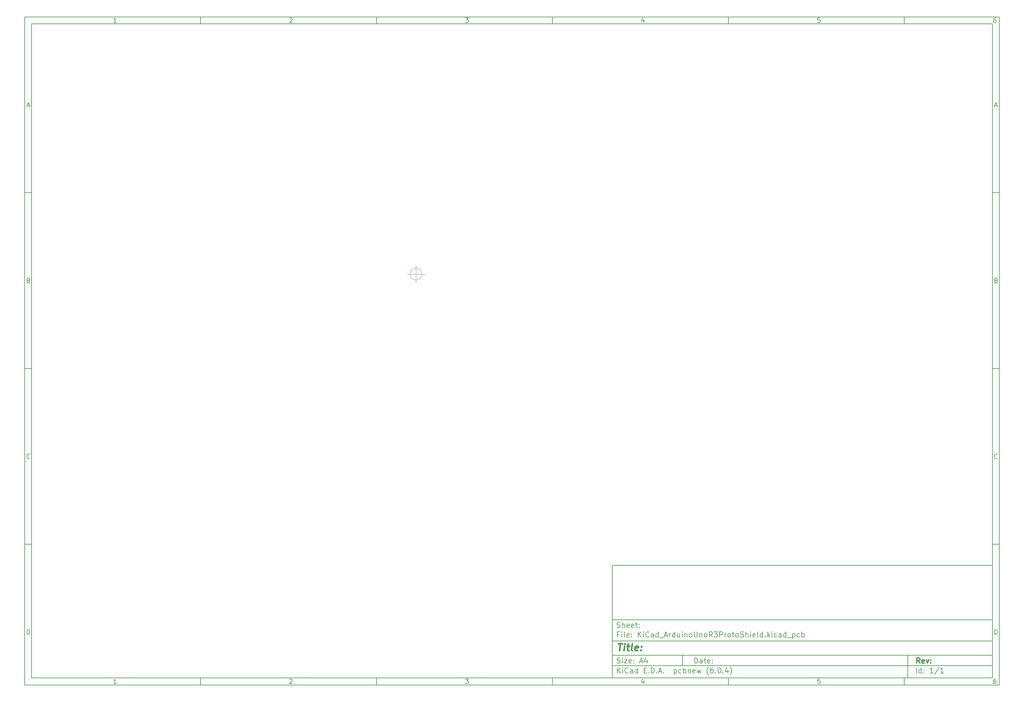
<source format=gbr>
%TF.GenerationSoftware,KiCad,Pcbnew,(6.0.4)*%
%TF.CreationDate,2022-04-15T08:27:23+02:00*%
%TF.ProjectId,KiCad_ArduinoUnoR3ProtoShield,4b694361-645f-4417-9264-75696e6f556e,rev?*%
%TF.SameCoordinates,Original*%
%TF.FileFunction,Paste,Top*%
%TF.FilePolarity,Positive*%
%FSLAX46Y46*%
G04 Gerber Fmt 4.6, Leading zero omitted, Abs format (unit mm)*
G04 Created by KiCad (PCBNEW (6.0.4)) date 2022-04-15 08:27:23*
%MOMM*%
%LPD*%
G01*
G04 APERTURE LIST*
%ADD10C,0.100000*%
%ADD11C,0.150000*%
%ADD12C,0.300000*%
%ADD13C,0.400000*%
%TA.AperFunction,Profile*%
%ADD14C,0.100000*%
%TD*%
G04 APERTURE END LIST*
D10*
D11*
X177002200Y-166007200D02*
X177002200Y-198007200D01*
X285002200Y-198007200D01*
X285002200Y-166007200D01*
X177002200Y-166007200D01*
D10*
D11*
X10000000Y-10000000D02*
X10000000Y-200007200D01*
X287002200Y-200007200D01*
X287002200Y-10000000D01*
X10000000Y-10000000D01*
D10*
D11*
X12000000Y-12000000D02*
X12000000Y-198007200D01*
X285002200Y-198007200D01*
X285002200Y-12000000D01*
X12000000Y-12000000D01*
D10*
D11*
X60000000Y-12000000D02*
X60000000Y-10000000D01*
D10*
D11*
X110000000Y-12000000D02*
X110000000Y-10000000D01*
D10*
D11*
X160000000Y-12000000D02*
X160000000Y-10000000D01*
D10*
D11*
X210000000Y-12000000D02*
X210000000Y-10000000D01*
D10*
D11*
X260000000Y-12000000D02*
X260000000Y-10000000D01*
D10*
D11*
X36065476Y-11588095D02*
X35322619Y-11588095D01*
X35694047Y-11588095D02*
X35694047Y-10288095D01*
X35570238Y-10473809D01*
X35446428Y-10597619D01*
X35322619Y-10659523D01*
D10*
D11*
X85322619Y-10411904D02*
X85384523Y-10350000D01*
X85508333Y-10288095D01*
X85817857Y-10288095D01*
X85941666Y-10350000D01*
X86003571Y-10411904D01*
X86065476Y-10535714D01*
X86065476Y-10659523D01*
X86003571Y-10845238D01*
X85260714Y-11588095D01*
X86065476Y-11588095D01*
D10*
D11*
X135260714Y-10288095D02*
X136065476Y-10288095D01*
X135632142Y-10783333D01*
X135817857Y-10783333D01*
X135941666Y-10845238D01*
X136003571Y-10907142D01*
X136065476Y-11030952D01*
X136065476Y-11340476D01*
X136003571Y-11464285D01*
X135941666Y-11526190D01*
X135817857Y-11588095D01*
X135446428Y-11588095D01*
X135322619Y-11526190D01*
X135260714Y-11464285D01*
D10*
D11*
X185941666Y-10721428D02*
X185941666Y-11588095D01*
X185632142Y-10226190D02*
X185322619Y-11154761D01*
X186127380Y-11154761D01*
D10*
D11*
X236003571Y-10288095D02*
X235384523Y-10288095D01*
X235322619Y-10907142D01*
X235384523Y-10845238D01*
X235508333Y-10783333D01*
X235817857Y-10783333D01*
X235941666Y-10845238D01*
X236003571Y-10907142D01*
X236065476Y-11030952D01*
X236065476Y-11340476D01*
X236003571Y-11464285D01*
X235941666Y-11526190D01*
X235817857Y-11588095D01*
X235508333Y-11588095D01*
X235384523Y-11526190D01*
X235322619Y-11464285D01*
D10*
D11*
X285941666Y-10288095D02*
X285694047Y-10288095D01*
X285570238Y-10350000D01*
X285508333Y-10411904D01*
X285384523Y-10597619D01*
X285322619Y-10845238D01*
X285322619Y-11340476D01*
X285384523Y-11464285D01*
X285446428Y-11526190D01*
X285570238Y-11588095D01*
X285817857Y-11588095D01*
X285941666Y-11526190D01*
X286003571Y-11464285D01*
X286065476Y-11340476D01*
X286065476Y-11030952D01*
X286003571Y-10907142D01*
X285941666Y-10845238D01*
X285817857Y-10783333D01*
X285570238Y-10783333D01*
X285446428Y-10845238D01*
X285384523Y-10907142D01*
X285322619Y-11030952D01*
D10*
D11*
X60000000Y-198007200D02*
X60000000Y-200007200D01*
D10*
D11*
X110000000Y-198007200D02*
X110000000Y-200007200D01*
D10*
D11*
X160000000Y-198007200D02*
X160000000Y-200007200D01*
D10*
D11*
X210000000Y-198007200D02*
X210000000Y-200007200D01*
D10*
D11*
X260000000Y-198007200D02*
X260000000Y-200007200D01*
D10*
D11*
X36065476Y-199595295D02*
X35322619Y-199595295D01*
X35694047Y-199595295D02*
X35694047Y-198295295D01*
X35570238Y-198481009D01*
X35446428Y-198604819D01*
X35322619Y-198666723D01*
D10*
D11*
X85322619Y-198419104D02*
X85384523Y-198357200D01*
X85508333Y-198295295D01*
X85817857Y-198295295D01*
X85941666Y-198357200D01*
X86003571Y-198419104D01*
X86065476Y-198542914D01*
X86065476Y-198666723D01*
X86003571Y-198852438D01*
X85260714Y-199595295D01*
X86065476Y-199595295D01*
D10*
D11*
X135260714Y-198295295D02*
X136065476Y-198295295D01*
X135632142Y-198790533D01*
X135817857Y-198790533D01*
X135941666Y-198852438D01*
X136003571Y-198914342D01*
X136065476Y-199038152D01*
X136065476Y-199347676D01*
X136003571Y-199471485D01*
X135941666Y-199533390D01*
X135817857Y-199595295D01*
X135446428Y-199595295D01*
X135322619Y-199533390D01*
X135260714Y-199471485D01*
D10*
D11*
X185941666Y-198728628D02*
X185941666Y-199595295D01*
X185632142Y-198233390D02*
X185322619Y-199161961D01*
X186127380Y-199161961D01*
D10*
D11*
X236003571Y-198295295D02*
X235384523Y-198295295D01*
X235322619Y-198914342D01*
X235384523Y-198852438D01*
X235508333Y-198790533D01*
X235817857Y-198790533D01*
X235941666Y-198852438D01*
X236003571Y-198914342D01*
X236065476Y-199038152D01*
X236065476Y-199347676D01*
X236003571Y-199471485D01*
X235941666Y-199533390D01*
X235817857Y-199595295D01*
X235508333Y-199595295D01*
X235384523Y-199533390D01*
X235322619Y-199471485D01*
D10*
D11*
X285941666Y-198295295D02*
X285694047Y-198295295D01*
X285570238Y-198357200D01*
X285508333Y-198419104D01*
X285384523Y-198604819D01*
X285322619Y-198852438D01*
X285322619Y-199347676D01*
X285384523Y-199471485D01*
X285446428Y-199533390D01*
X285570238Y-199595295D01*
X285817857Y-199595295D01*
X285941666Y-199533390D01*
X286003571Y-199471485D01*
X286065476Y-199347676D01*
X286065476Y-199038152D01*
X286003571Y-198914342D01*
X285941666Y-198852438D01*
X285817857Y-198790533D01*
X285570238Y-198790533D01*
X285446428Y-198852438D01*
X285384523Y-198914342D01*
X285322619Y-199038152D01*
D10*
D11*
X10000000Y-60000000D02*
X12000000Y-60000000D01*
D10*
D11*
X10000000Y-110000000D02*
X12000000Y-110000000D01*
D10*
D11*
X10000000Y-160000000D02*
X12000000Y-160000000D01*
D10*
D11*
X10690476Y-35216666D02*
X11309523Y-35216666D01*
X10566666Y-35588095D02*
X11000000Y-34288095D01*
X11433333Y-35588095D01*
D10*
D11*
X11092857Y-84907142D02*
X11278571Y-84969047D01*
X11340476Y-85030952D01*
X11402380Y-85154761D01*
X11402380Y-85340476D01*
X11340476Y-85464285D01*
X11278571Y-85526190D01*
X11154761Y-85588095D01*
X10659523Y-85588095D01*
X10659523Y-84288095D01*
X11092857Y-84288095D01*
X11216666Y-84350000D01*
X11278571Y-84411904D01*
X11340476Y-84535714D01*
X11340476Y-84659523D01*
X11278571Y-84783333D01*
X11216666Y-84845238D01*
X11092857Y-84907142D01*
X10659523Y-84907142D01*
D10*
D11*
X11402380Y-135464285D02*
X11340476Y-135526190D01*
X11154761Y-135588095D01*
X11030952Y-135588095D01*
X10845238Y-135526190D01*
X10721428Y-135402380D01*
X10659523Y-135278571D01*
X10597619Y-135030952D01*
X10597619Y-134845238D01*
X10659523Y-134597619D01*
X10721428Y-134473809D01*
X10845238Y-134350000D01*
X11030952Y-134288095D01*
X11154761Y-134288095D01*
X11340476Y-134350000D01*
X11402380Y-134411904D01*
D10*
D11*
X10659523Y-185588095D02*
X10659523Y-184288095D01*
X10969047Y-184288095D01*
X11154761Y-184350000D01*
X11278571Y-184473809D01*
X11340476Y-184597619D01*
X11402380Y-184845238D01*
X11402380Y-185030952D01*
X11340476Y-185278571D01*
X11278571Y-185402380D01*
X11154761Y-185526190D01*
X10969047Y-185588095D01*
X10659523Y-185588095D01*
D10*
D11*
X287002200Y-60000000D02*
X285002200Y-60000000D01*
D10*
D11*
X287002200Y-110000000D02*
X285002200Y-110000000D01*
D10*
D11*
X287002200Y-160000000D02*
X285002200Y-160000000D01*
D10*
D11*
X285692676Y-35216666D02*
X286311723Y-35216666D01*
X285568866Y-35588095D02*
X286002200Y-34288095D01*
X286435533Y-35588095D01*
D10*
D11*
X286095057Y-84907142D02*
X286280771Y-84969047D01*
X286342676Y-85030952D01*
X286404580Y-85154761D01*
X286404580Y-85340476D01*
X286342676Y-85464285D01*
X286280771Y-85526190D01*
X286156961Y-85588095D01*
X285661723Y-85588095D01*
X285661723Y-84288095D01*
X286095057Y-84288095D01*
X286218866Y-84350000D01*
X286280771Y-84411904D01*
X286342676Y-84535714D01*
X286342676Y-84659523D01*
X286280771Y-84783333D01*
X286218866Y-84845238D01*
X286095057Y-84907142D01*
X285661723Y-84907142D01*
D10*
D11*
X286404580Y-135464285D02*
X286342676Y-135526190D01*
X286156961Y-135588095D01*
X286033152Y-135588095D01*
X285847438Y-135526190D01*
X285723628Y-135402380D01*
X285661723Y-135278571D01*
X285599819Y-135030952D01*
X285599819Y-134845238D01*
X285661723Y-134597619D01*
X285723628Y-134473809D01*
X285847438Y-134350000D01*
X286033152Y-134288095D01*
X286156961Y-134288095D01*
X286342676Y-134350000D01*
X286404580Y-134411904D01*
D10*
D11*
X285661723Y-185588095D02*
X285661723Y-184288095D01*
X285971247Y-184288095D01*
X286156961Y-184350000D01*
X286280771Y-184473809D01*
X286342676Y-184597619D01*
X286404580Y-184845238D01*
X286404580Y-185030952D01*
X286342676Y-185278571D01*
X286280771Y-185402380D01*
X286156961Y-185526190D01*
X285971247Y-185588095D01*
X285661723Y-185588095D01*
D10*
D11*
X200434342Y-193785771D02*
X200434342Y-192285771D01*
X200791485Y-192285771D01*
X201005771Y-192357200D01*
X201148628Y-192500057D01*
X201220057Y-192642914D01*
X201291485Y-192928628D01*
X201291485Y-193142914D01*
X201220057Y-193428628D01*
X201148628Y-193571485D01*
X201005771Y-193714342D01*
X200791485Y-193785771D01*
X200434342Y-193785771D01*
X202577200Y-193785771D02*
X202577200Y-193000057D01*
X202505771Y-192857200D01*
X202362914Y-192785771D01*
X202077200Y-192785771D01*
X201934342Y-192857200D01*
X202577200Y-193714342D02*
X202434342Y-193785771D01*
X202077200Y-193785771D01*
X201934342Y-193714342D01*
X201862914Y-193571485D01*
X201862914Y-193428628D01*
X201934342Y-193285771D01*
X202077200Y-193214342D01*
X202434342Y-193214342D01*
X202577200Y-193142914D01*
X203077200Y-192785771D02*
X203648628Y-192785771D01*
X203291485Y-192285771D02*
X203291485Y-193571485D01*
X203362914Y-193714342D01*
X203505771Y-193785771D01*
X203648628Y-193785771D01*
X204720057Y-193714342D02*
X204577200Y-193785771D01*
X204291485Y-193785771D01*
X204148628Y-193714342D01*
X204077200Y-193571485D01*
X204077200Y-193000057D01*
X204148628Y-192857200D01*
X204291485Y-192785771D01*
X204577200Y-192785771D01*
X204720057Y-192857200D01*
X204791485Y-193000057D01*
X204791485Y-193142914D01*
X204077200Y-193285771D01*
X205434342Y-193642914D02*
X205505771Y-193714342D01*
X205434342Y-193785771D01*
X205362914Y-193714342D01*
X205434342Y-193642914D01*
X205434342Y-193785771D01*
X205434342Y-192857200D02*
X205505771Y-192928628D01*
X205434342Y-193000057D01*
X205362914Y-192928628D01*
X205434342Y-192857200D01*
X205434342Y-193000057D01*
D10*
D11*
X177002200Y-194507200D02*
X285002200Y-194507200D01*
D10*
D11*
X178434342Y-196585771D02*
X178434342Y-195085771D01*
X179291485Y-196585771D02*
X178648628Y-195728628D01*
X179291485Y-195085771D02*
X178434342Y-195942914D01*
X179934342Y-196585771D02*
X179934342Y-195585771D01*
X179934342Y-195085771D02*
X179862914Y-195157200D01*
X179934342Y-195228628D01*
X180005771Y-195157200D01*
X179934342Y-195085771D01*
X179934342Y-195228628D01*
X181505771Y-196442914D02*
X181434342Y-196514342D01*
X181220057Y-196585771D01*
X181077200Y-196585771D01*
X180862914Y-196514342D01*
X180720057Y-196371485D01*
X180648628Y-196228628D01*
X180577200Y-195942914D01*
X180577200Y-195728628D01*
X180648628Y-195442914D01*
X180720057Y-195300057D01*
X180862914Y-195157200D01*
X181077200Y-195085771D01*
X181220057Y-195085771D01*
X181434342Y-195157200D01*
X181505771Y-195228628D01*
X182791485Y-196585771D02*
X182791485Y-195800057D01*
X182720057Y-195657200D01*
X182577200Y-195585771D01*
X182291485Y-195585771D01*
X182148628Y-195657200D01*
X182791485Y-196514342D02*
X182648628Y-196585771D01*
X182291485Y-196585771D01*
X182148628Y-196514342D01*
X182077200Y-196371485D01*
X182077200Y-196228628D01*
X182148628Y-196085771D01*
X182291485Y-196014342D01*
X182648628Y-196014342D01*
X182791485Y-195942914D01*
X184148628Y-196585771D02*
X184148628Y-195085771D01*
X184148628Y-196514342D02*
X184005771Y-196585771D01*
X183720057Y-196585771D01*
X183577200Y-196514342D01*
X183505771Y-196442914D01*
X183434342Y-196300057D01*
X183434342Y-195871485D01*
X183505771Y-195728628D01*
X183577200Y-195657200D01*
X183720057Y-195585771D01*
X184005771Y-195585771D01*
X184148628Y-195657200D01*
X186005771Y-195800057D02*
X186505771Y-195800057D01*
X186720057Y-196585771D02*
X186005771Y-196585771D01*
X186005771Y-195085771D01*
X186720057Y-195085771D01*
X187362914Y-196442914D02*
X187434342Y-196514342D01*
X187362914Y-196585771D01*
X187291485Y-196514342D01*
X187362914Y-196442914D01*
X187362914Y-196585771D01*
X188077200Y-196585771D02*
X188077200Y-195085771D01*
X188434342Y-195085771D01*
X188648628Y-195157200D01*
X188791485Y-195300057D01*
X188862914Y-195442914D01*
X188934342Y-195728628D01*
X188934342Y-195942914D01*
X188862914Y-196228628D01*
X188791485Y-196371485D01*
X188648628Y-196514342D01*
X188434342Y-196585771D01*
X188077200Y-196585771D01*
X189577200Y-196442914D02*
X189648628Y-196514342D01*
X189577200Y-196585771D01*
X189505771Y-196514342D01*
X189577200Y-196442914D01*
X189577200Y-196585771D01*
X190220057Y-196157200D02*
X190934342Y-196157200D01*
X190077200Y-196585771D02*
X190577200Y-195085771D01*
X191077200Y-196585771D01*
X191577200Y-196442914D02*
X191648628Y-196514342D01*
X191577200Y-196585771D01*
X191505771Y-196514342D01*
X191577200Y-196442914D01*
X191577200Y-196585771D01*
X194577200Y-195585771D02*
X194577200Y-197085771D01*
X194577200Y-195657200D02*
X194720057Y-195585771D01*
X195005771Y-195585771D01*
X195148628Y-195657200D01*
X195220057Y-195728628D01*
X195291485Y-195871485D01*
X195291485Y-196300057D01*
X195220057Y-196442914D01*
X195148628Y-196514342D01*
X195005771Y-196585771D01*
X194720057Y-196585771D01*
X194577200Y-196514342D01*
X196577200Y-196514342D02*
X196434342Y-196585771D01*
X196148628Y-196585771D01*
X196005771Y-196514342D01*
X195934342Y-196442914D01*
X195862914Y-196300057D01*
X195862914Y-195871485D01*
X195934342Y-195728628D01*
X196005771Y-195657200D01*
X196148628Y-195585771D01*
X196434342Y-195585771D01*
X196577200Y-195657200D01*
X197220057Y-196585771D02*
X197220057Y-195085771D01*
X197220057Y-195657200D02*
X197362914Y-195585771D01*
X197648628Y-195585771D01*
X197791485Y-195657200D01*
X197862914Y-195728628D01*
X197934342Y-195871485D01*
X197934342Y-196300057D01*
X197862914Y-196442914D01*
X197791485Y-196514342D01*
X197648628Y-196585771D01*
X197362914Y-196585771D01*
X197220057Y-196514342D01*
X198577200Y-195585771D02*
X198577200Y-196585771D01*
X198577200Y-195728628D02*
X198648628Y-195657200D01*
X198791485Y-195585771D01*
X199005771Y-195585771D01*
X199148628Y-195657200D01*
X199220057Y-195800057D01*
X199220057Y-196585771D01*
X200505771Y-196514342D02*
X200362914Y-196585771D01*
X200077200Y-196585771D01*
X199934342Y-196514342D01*
X199862914Y-196371485D01*
X199862914Y-195800057D01*
X199934342Y-195657200D01*
X200077200Y-195585771D01*
X200362914Y-195585771D01*
X200505771Y-195657200D01*
X200577200Y-195800057D01*
X200577200Y-195942914D01*
X199862914Y-196085771D01*
X201077200Y-195585771D02*
X201362914Y-196585771D01*
X201648628Y-195871485D01*
X201934342Y-196585771D01*
X202220057Y-195585771D01*
X204362914Y-197157200D02*
X204291485Y-197085771D01*
X204148628Y-196871485D01*
X204077200Y-196728628D01*
X204005771Y-196514342D01*
X203934342Y-196157200D01*
X203934342Y-195871485D01*
X204005771Y-195514342D01*
X204077200Y-195300057D01*
X204148628Y-195157200D01*
X204291485Y-194942914D01*
X204362914Y-194871485D01*
X205577200Y-195085771D02*
X205291485Y-195085771D01*
X205148628Y-195157200D01*
X205077200Y-195228628D01*
X204934342Y-195442914D01*
X204862914Y-195728628D01*
X204862914Y-196300057D01*
X204934342Y-196442914D01*
X205005771Y-196514342D01*
X205148628Y-196585771D01*
X205434342Y-196585771D01*
X205577200Y-196514342D01*
X205648628Y-196442914D01*
X205720057Y-196300057D01*
X205720057Y-195942914D01*
X205648628Y-195800057D01*
X205577200Y-195728628D01*
X205434342Y-195657200D01*
X205148628Y-195657200D01*
X205005771Y-195728628D01*
X204934342Y-195800057D01*
X204862914Y-195942914D01*
X206362914Y-196442914D02*
X206434342Y-196514342D01*
X206362914Y-196585771D01*
X206291485Y-196514342D01*
X206362914Y-196442914D01*
X206362914Y-196585771D01*
X207362914Y-195085771D02*
X207505771Y-195085771D01*
X207648628Y-195157200D01*
X207720057Y-195228628D01*
X207791485Y-195371485D01*
X207862914Y-195657200D01*
X207862914Y-196014342D01*
X207791485Y-196300057D01*
X207720057Y-196442914D01*
X207648628Y-196514342D01*
X207505771Y-196585771D01*
X207362914Y-196585771D01*
X207220057Y-196514342D01*
X207148628Y-196442914D01*
X207077200Y-196300057D01*
X207005771Y-196014342D01*
X207005771Y-195657200D01*
X207077200Y-195371485D01*
X207148628Y-195228628D01*
X207220057Y-195157200D01*
X207362914Y-195085771D01*
X208505771Y-196442914D02*
X208577200Y-196514342D01*
X208505771Y-196585771D01*
X208434342Y-196514342D01*
X208505771Y-196442914D01*
X208505771Y-196585771D01*
X209862914Y-195585771D02*
X209862914Y-196585771D01*
X209505771Y-195014342D02*
X209148628Y-196085771D01*
X210077200Y-196085771D01*
X210505771Y-197157200D02*
X210577200Y-197085771D01*
X210720057Y-196871485D01*
X210791485Y-196728628D01*
X210862914Y-196514342D01*
X210934342Y-196157200D01*
X210934342Y-195871485D01*
X210862914Y-195514342D01*
X210791485Y-195300057D01*
X210720057Y-195157200D01*
X210577200Y-194942914D01*
X210505771Y-194871485D01*
D10*
D11*
X177002200Y-191507200D02*
X285002200Y-191507200D01*
D10*
D12*
X264411485Y-193785771D02*
X263911485Y-193071485D01*
X263554342Y-193785771D02*
X263554342Y-192285771D01*
X264125771Y-192285771D01*
X264268628Y-192357200D01*
X264340057Y-192428628D01*
X264411485Y-192571485D01*
X264411485Y-192785771D01*
X264340057Y-192928628D01*
X264268628Y-193000057D01*
X264125771Y-193071485D01*
X263554342Y-193071485D01*
X265625771Y-193714342D02*
X265482914Y-193785771D01*
X265197200Y-193785771D01*
X265054342Y-193714342D01*
X264982914Y-193571485D01*
X264982914Y-193000057D01*
X265054342Y-192857200D01*
X265197200Y-192785771D01*
X265482914Y-192785771D01*
X265625771Y-192857200D01*
X265697200Y-193000057D01*
X265697200Y-193142914D01*
X264982914Y-193285771D01*
X266197200Y-192785771D02*
X266554342Y-193785771D01*
X266911485Y-192785771D01*
X267482914Y-193642914D02*
X267554342Y-193714342D01*
X267482914Y-193785771D01*
X267411485Y-193714342D01*
X267482914Y-193642914D01*
X267482914Y-193785771D01*
X267482914Y-192857200D02*
X267554342Y-192928628D01*
X267482914Y-193000057D01*
X267411485Y-192928628D01*
X267482914Y-192857200D01*
X267482914Y-193000057D01*
D10*
D11*
X178362914Y-193714342D02*
X178577200Y-193785771D01*
X178934342Y-193785771D01*
X179077200Y-193714342D01*
X179148628Y-193642914D01*
X179220057Y-193500057D01*
X179220057Y-193357200D01*
X179148628Y-193214342D01*
X179077200Y-193142914D01*
X178934342Y-193071485D01*
X178648628Y-193000057D01*
X178505771Y-192928628D01*
X178434342Y-192857200D01*
X178362914Y-192714342D01*
X178362914Y-192571485D01*
X178434342Y-192428628D01*
X178505771Y-192357200D01*
X178648628Y-192285771D01*
X179005771Y-192285771D01*
X179220057Y-192357200D01*
X179862914Y-193785771D02*
X179862914Y-192785771D01*
X179862914Y-192285771D02*
X179791485Y-192357200D01*
X179862914Y-192428628D01*
X179934342Y-192357200D01*
X179862914Y-192285771D01*
X179862914Y-192428628D01*
X180434342Y-192785771D02*
X181220057Y-192785771D01*
X180434342Y-193785771D01*
X181220057Y-193785771D01*
X182362914Y-193714342D02*
X182220057Y-193785771D01*
X181934342Y-193785771D01*
X181791485Y-193714342D01*
X181720057Y-193571485D01*
X181720057Y-193000057D01*
X181791485Y-192857200D01*
X181934342Y-192785771D01*
X182220057Y-192785771D01*
X182362914Y-192857200D01*
X182434342Y-193000057D01*
X182434342Y-193142914D01*
X181720057Y-193285771D01*
X183077200Y-193642914D02*
X183148628Y-193714342D01*
X183077200Y-193785771D01*
X183005771Y-193714342D01*
X183077200Y-193642914D01*
X183077200Y-193785771D01*
X183077200Y-192857200D02*
X183148628Y-192928628D01*
X183077200Y-193000057D01*
X183005771Y-192928628D01*
X183077200Y-192857200D01*
X183077200Y-193000057D01*
X184862914Y-193357200D02*
X185577200Y-193357200D01*
X184720057Y-193785771D02*
X185220057Y-192285771D01*
X185720057Y-193785771D01*
X186862914Y-192785771D02*
X186862914Y-193785771D01*
X186505771Y-192214342D02*
X186148628Y-193285771D01*
X187077200Y-193285771D01*
D10*
D11*
X263434342Y-196585771D02*
X263434342Y-195085771D01*
X264791485Y-196585771D02*
X264791485Y-195085771D01*
X264791485Y-196514342D02*
X264648628Y-196585771D01*
X264362914Y-196585771D01*
X264220057Y-196514342D01*
X264148628Y-196442914D01*
X264077200Y-196300057D01*
X264077200Y-195871485D01*
X264148628Y-195728628D01*
X264220057Y-195657200D01*
X264362914Y-195585771D01*
X264648628Y-195585771D01*
X264791485Y-195657200D01*
X265505771Y-196442914D02*
X265577200Y-196514342D01*
X265505771Y-196585771D01*
X265434342Y-196514342D01*
X265505771Y-196442914D01*
X265505771Y-196585771D01*
X265505771Y-195657200D02*
X265577200Y-195728628D01*
X265505771Y-195800057D01*
X265434342Y-195728628D01*
X265505771Y-195657200D01*
X265505771Y-195800057D01*
X268148628Y-196585771D02*
X267291485Y-196585771D01*
X267720057Y-196585771D02*
X267720057Y-195085771D01*
X267577200Y-195300057D01*
X267434342Y-195442914D01*
X267291485Y-195514342D01*
X269862914Y-195014342D02*
X268577200Y-196942914D01*
X271148628Y-196585771D02*
X270291485Y-196585771D01*
X270720057Y-196585771D02*
X270720057Y-195085771D01*
X270577200Y-195300057D01*
X270434342Y-195442914D01*
X270291485Y-195514342D01*
D10*
D11*
X177002200Y-187507200D02*
X285002200Y-187507200D01*
D10*
D13*
X178714580Y-188211961D02*
X179857438Y-188211961D01*
X179036009Y-190211961D02*
X179286009Y-188211961D01*
X180274104Y-190211961D02*
X180440771Y-188878628D01*
X180524104Y-188211961D02*
X180416961Y-188307200D01*
X180500295Y-188402438D01*
X180607438Y-188307200D01*
X180524104Y-188211961D01*
X180500295Y-188402438D01*
X181107438Y-188878628D02*
X181869342Y-188878628D01*
X181476485Y-188211961D02*
X181262200Y-189926247D01*
X181333628Y-190116723D01*
X181512200Y-190211961D01*
X181702676Y-190211961D01*
X182655057Y-190211961D02*
X182476485Y-190116723D01*
X182405057Y-189926247D01*
X182619342Y-188211961D01*
X184190771Y-190116723D02*
X183988390Y-190211961D01*
X183607438Y-190211961D01*
X183428866Y-190116723D01*
X183357438Y-189926247D01*
X183452676Y-189164342D01*
X183571723Y-188973866D01*
X183774104Y-188878628D01*
X184155057Y-188878628D01*
X184333628Y-188973866D01*
X184405057Y-189164342D01*
X184381247Y-189354819D01*
X183405057Y-189545295D01*
X185155057Y-190021485D02*
X185238390Y-190116723D01*
X185131247Y-190211961D01*
X185047914Y-190116723D01*
X185155057Y-190021485D01*
X185131247Y-190211961D01*
X185286009Y-188973866D02*
X185369342Y-189069104D01*
X185262200Y-189164342D01*
X185178866Y-189069104D01*
X185286009Y-188973866D01*
X185262200Y-189164342D01*
D10*
D11*
X178934342Y-185600057D02*
X178434342Y-185600057D01*
X178434342Y-186385771D02*
X178434342Y-184885771D01*
X179148628Y-184885771D01*
X179720057Y-186385771D02*
X179720057Y-185385771D01*
X179720057Y-184885771D02*
X179648628Y-184957200D01*
X179720057Y-185028628D01*
X179791485Y-184957200D01*
X179720057Y-184885771D01*
X179720057Y-185028628D01*
X180648628Y-186385771D02*
X180505771Y-186314342D01*
X180434342Y-186171485D01*
X180434342Y-184885771D01*
X181791485Y-186314342D02*
X181648628Y-186385771D01*
X181362914Y-186385771D01*
X181220057Y-186314342D01*
X181148628Y-186171485D01*
X181148628Y-185600057D01*
X181220057Y-185457200D01*
X181362914Y-185385771D01*
X181648628Y-185385771D01*
X181791485Y-185457200D01*
X181862914Y-185600057D01*
X181862914Y-185742914D01*
X181148628Y-185885771D01*
X182505771Y-186242914D02*
X182577200Y-186314342D01*
X182505771Y-186385771D01*
X182434342Y-186314342D01*
X182505771Y-186242914D01*
X182505771Y-186385771D01*
X182505771Y-185457200D02*
X182577200Y-185528628D01*
X182505771Y-185600057D01*
X182434342Y-185528628D01*
X182505771Y-185457200D01*
X182505771Y-185600057D01*
X184362914Y-186385771D02*
X184362914Y-184885771D01*
X185220057Y-186385771D02*
X184577200Y-185528628D01*
X185220057Y-184885771D02*
X184362914Y-185742914D01*
X185862914Y-186385771D02*
X185862914Y-185385771D01*
X185862914Y-184885771D02*
X185791485Y-184957200D01*
X185862914Y-185028628D01*
X185934342Y-184957200D01*
X185862914Y-184885771D01*
X185862914Y-185028628D01*
X187434342Y-186242914D02*
X187362914Y-186314342D01*
X187148628Y-186385771D01*
X187005771Y-186385771D01*
X186791485Y-186314342D01*
X186648628Y-186171485D01*
X186577200Y-186028628D01*
X186505771Y-185742914D01*
X186505771Y-185528628D01*
X186577200Y-185242914D01*
X186648628Y-185100057D01*
X186791485Y-184957200D01*
X187005771Y-184885771D01*
X187148628Y-184885771D01*
X187362914Y-184957200D01*
X187434342Y-185028628D01*
X188720057Y-186385771D02*
X188720057Y-185600057D01*
X188648628Y-185457200D01*
X188505771Y-185385771D01*
X188220057Y-185385771D01*
X188077200Y-185457200D01*
X188720057Y-186314342D02*
X188577200Y-186385771D01*
X188220057Y-186385771D01*
X188077200Y-186314342D01*
X188005771Y-186171485D01*
X188005771Y-186028628D01*
X188077200Y-185885771D01*
X188220057Y-185814342D01*
X188577200Y-185814342D01*
X188720057Y-185742914D01*
X190077200Y-186385771D02*
X190077200Y-184885771D01*
X190077200Y-186314342D02*
X189934342Y-186385771D01*
X189648628Y-186385771D01*
X189505771Y-186314342D01*
X189434342Y-186242914D01*
X189362914Y-186100057D01*
X189362914Y-185671485D01*
X189434342Y-185528628D01*
X189505771Y-185457200D01*
X189648628Y-185385771D01*
X189934342Y-185385771D01*
X190077200Y-185457200D01*
X190434342Y-186528628D02*
X191577200Y-186528628D01*
X191862914Y-185957200D02*
X192577200Y-185957200D01*
X191720057Y-186385771D02*
X192220057Y-184885771D01*
X192720057Y-186385771D01*
X193220057Y-186385771D02*
X193220057Y-185385771D01*
X193220057Y-185671485D02*
X193291485Y-185528628D01*
X193362914Y-185457200D01*
X193505771Y-185385771D01*
X193648628Y-185385771D01*
X194791485Y-186385771D02*
X194791485Y-184885771D01*
X194791485Y-186314342D02*
X194648628Y-186385771D01*
X194362914Y-186385771D01*
X194220057Y-186314342D01*
X194148628Y-186242914D01*
X194077200Y-186100057D01*
X194077200Y-185671485D01*
X194148628Y-185528628D01*
X194220057Y-185457200D01*
X194362914Y-185385771D01*
X194648628Y-185385771D01*
X194791485Y-185457200D01*
X196148628Y-185385771D02*
X196148628Y-186385771D01*
X195505771Y-185385771D02*
X195505771Y-186171485D01*
X195577200Y-186314342D01*
X195720057Y-186385771D01*
X195934342Y-186385771D01*
X196077200Y-186314342D01*
X196148628Y-186242914D01*
X196862914Y-186385771D02*
X196862914Y-185385771D01*
X196862914Y-184885771D02*
X196791485Y-184957200D01*
X196862914Y-185028628D01*
X196934342Y-184957200D01*
X196862914Y-184885771D01*
X196862914Y-185028628D01*
X197577200Y-185385771D02*
X197577200Y-186385771D01*
X197577200Y-185528628D02*
X197648628Y-185457200D01*
X197791485Y-185385771D01*
X198005771Y-185385771D01*
X198148628Y-185457200D01*
X198220057Y-185600057D01*
X198220057Y-186385771D01*
X199148628Y-186385771D02*
X199005771Y-186314342D01*
X198934342Y-186242914D01*
X198862914Y-186100057D01*
X198862914Y-185671485D01*
X198934342Y-185528628D01*
X199005771Y-185457200D01*
X199148628Y-185385771D01*
X199362914Y-185385771D01*
X199505771Y-185457200D01*
X199577200Y-185528628D01*
X199648628Y-185671485D01*
X199648628Y-186100057D01*
X199577200Y-186242914D01*
X199505771Y-186314342D01*
X199362914Y-186385771D01*
X199148628Y-186385771D01*
X200291485Y-184885771D02*
X200291485Y-186100057D01*
X200362914Y-186242914D01*
X200434342Y-186314342D01*
X200577200Y-186385771D01*
X200862914Y-186385771D01*
X201005771Y-186314342D01*
X201077200Y-186242914D01*
X201148628Y-186100057D01*
X201148628Y-184885771D01*
X201862914Y-185385771D02*
X201862914Y-186385771D01*
X201862914Y-185528628D02*
X201934342Y-185457200D01*
X202077200Y-185385771D01*
X202291485Y-185385771D01*
X202434342Y-185457200D01*
X202505771Y-185600057D01*
X202505771Y-186385771D01*
X203434342Y-186385771D02*
X203291485Y-186314342D01*
X203220057Y-186242914D01*
X203148628Y-186100057D01*
X203148628Y-185671485D01*
X203220057Y-185528628D01*
X203291485Y-185457200D01*
X203434342Y-185385771D01*
X203648628Y-185385771D01*
X203791485Y-185457200D01*
X203862914Y-185528628D01*
X203934342Y-185671485D01*
X203934342Y-186100057D01*
X203862914Y-186242914D01*
X203791485Y-186314342D01*
X203648628Y-186385771D01*
X203434342Y-186385771D01*
X205434342Y-186385771D02*
X204934342Y-185671485D01*
X204577200Y-186385771D02*
X204577200Y-184885771D01*
X205148628Y-184885771D01*
X205291485Y-184957200D01*
X205362914Y-185028628D01*
X205434342Y-185171485D01*
X205434342Y-185385771D01*
X205362914Y-185528628D01*
X205291485Y-185600057D01*
X205148628Y-185671485D01*
X204577200Y-185671485D01*
X205934342Y-184885771D02*
X206862914Y-184885771D01*
X206362914Y-185457200D01*
X206577200Y-185457200D01*
X206720057Y-185528628D01*
X206791485Y-185600057D01*
X206862914Y-185742914D01*
X206862914Y-186100057D01*
X206791485Y-186242914D01*
X206720057Y-186314342D01*
X206577200Y-186385771D01*
X206148628Y-186385771D01*
X206005771Y-186314342D01*
X205934342Y-186242914D01*
X207505771Y-186385771D02*
X207505771Y-184885771D01*
X208077200Y-184885771D01*
X208220057Y-184957200D01*
X208291485Y-185028628D01*
X208362914Y-185171485D01*
X208362914Y-185385771D01*
X208291485Y-185528628D01*
X208220057Y-185600057D01*
X208077200Y-185671485D01*
X207505771Y-185671485D01*
X209005771Y-186385771D02*
X209005771Y-185385771D01*
X209005771Y-185671485D02*
X209077200Y-185528628D01*
X209148628Y-185457200D01*
X209291485Y-185385771D01*
X209434342Y-185385771D01*
X210148628Y-186385771D02*
X210005771Y-186314342D01*
X209934342Y-186242914D01*
X209862914Y-186100057D01*
X209862914Y-185671485D01*
X209934342Y-185528628D01*
X210005771Y-185457200D01*
X210148628Y-185385771D01*
X210362914Y-185385771D01*
X210505771Y-185457200D01*
X210577200Y-185528628D01*
X210648628Y-185671485D01*
X210648628Y-186100057D01*
X210577200Y-186242914D01*
X210505771Y-186314342D01*
X210362914Y-186385771D01*
X210148628Y-186385771D01*
X211077200Y-185385771D02*
X211648628Y-185385771D01*
X211291485Y-184885771D02*
X211291485Y-186171485D01*
X211362914Y-186314342D01*
X211505771Y-186385771D01*
X211648628Y-186385771D01*
X212362914Y-186385771D02*
X212220057Y-186314342D01*
X212148628Y-186242914D01*
X212077200Y-186100057D01*
X212077200Y-185671485D01*
X212148628Y-185528628D01*
X212220057Y-185457200D01*
X212362914Y-185385771D01*
X212577200Y-185385771D01*
X212720057Y-185457200D01*
X212791485Y-185528628D01*
X212862914Y-185671485D01*
X212862914Y-186100057D01*
X212791485Y-186242914D01*
X212720057Y-186314342D01*
X212577200Y-186385771D01*
X212362914Y-186385771D01*
X213434342Y-186314342D02*
X213648628Y-186385771D01*
X214005771Y-186385771D01*
X214148628Y-186314342D01*
X214220057Y-186242914D01*
X214291485Y-186100057D01*
X214291485Y-185957200D01*
X214220057Y-185814342D01*
X214148628Y-185742914D01*
X214005771Y-185671485D01*
X213720057Y-185600057D01*
X213577200Y-185528628D01*
X213505771Y-185457200D01*
X213434342Y-185314342D01*
X213434342Y-185171485D01*
X213505771Y-185028628D01*
X213577200Y-184957200D01*
X213720057Y-184885771D01*
X214077200Y-184885771D01*
X214291485Y-184957200D01*
X214934342Y-186385771D02*
X214934342Y-184885771D01*
X215577200Y-186385771D02*
X215577200Y-185600057D01*
X215505771Y-185457200D01*
X215362914Y-185385771D01*
X215148628Y-185385771D01*
X215005771Y-185457200D01*
X214934342Y-185528628D01*
X216291485Y-186385771D02*
X216291485Y-185385771D01*
X216291485Y-184885771D02*
X216220057Y-184957200D01*
X216291485Y-185028628D01*
X216362914Y-184957200D01*
X216291485Y-184885771D01*
X216291485Y-185028628D01*
X217577200Y-186314342D02*
X217434342Y-186385771D01*
X217148628Y-186385771D01*
X217005771Y-186314342D01*
X216934342Y-186171485D01*
X216934342Y-185600057D01*
X217005771Y-185457200D01*
X217148628Y-185385771D01*
X217434342Y-185385771D01*
X217577200Y-185457200D01*
X217648628Y-185600057D01*
X217648628Y-185742914D01*
X216934342Y-185885771D01*
X218505771Y-186385771D02*
X218362914Y-186314342D01*
X218291485Y-186171485D01*
X218291485Y-184885771D01*
X219720057Y-186385771D02*
X219720057Y-184885771D01*
X219720057Y-186314342D02*
X219577200Y-186385771D01*
X219291485Y-186385771D01*
X219148628Y-186314342D01*
X219077200Y-186242914D01*
X219005771Y-186100057D01*
X219005771Y-185671485D01*
X219077200Y-185528628D01*
X219148628Y-185457200D01*
X219291485Y-185385771D01*
X219577200Y-185385771D01*
X219720057Y-185457200D01*
X220434342Y-186242914D02*
X220505771Y-186314342D01*
X220434342Y-186385771D01*
X220362914Y-186314342D01*
X220434342Y-186242914D01*
X220434342Y-186385771D01*
X221148628Y-186385771D02*
X221148628Y-184885771D01*
X221291485Y-185814342D02*
X221720057Y-186385771D01*
X221720057Y-185385771D02*
X221148628Y-185957200D01*
X222362914Y-186385771D02*
X222362914Y-185385771D01*
X222362914Y-184885771D02*
X222291485Y-184957200D01*
X222362914Y-185028628D01*
X222434342Y-184957200D01*
X222362914Y-184885771D01*
X222362914Y-185028628D01*
X223720057Y-186314342D02*
X223577200Y-186385771D01*
X223291485Y-186385771D01*
X223148628Y-186314342D01*
X223077200Y-186242914D01*
X223005771Y-186100057D01*
X223005771Y-185671485D01*
X223077200Y-185528628D01*
X223148628Y-185457200D01*
X223291485Y-185385771D01*
X223577200Y-185385771D01*
X223720057Y-185457200D01*
X225005771Y-186385771D02*
X225005771Y-185600057D01*
X224934342Y-185457200D01*
X224791485Y-185385771D01*
X224505771Y-185385771D01*
X224362914Y-185457200D01*
X225005771Y-186314342D02*
X224862914Y-186385771D01*
X224505771Y-186385771D01*
X224362914Y-186314342D01*
X224291485Y-186171485D01*
X224291485Y-186028628D01*
X224362914Y-185885771D01*
X224505771Y-185814342D01*
X224862914Y-185814342D01*
X225005771Y-185742914D01*
X226362914Y-186385771D02*
X226362914Y-184885771D01*
X226362914Y-186314342D02*
X226220057Y-186385771D01*
X225934342Y-186385771D01*
X225791485Y-186314342D01*
X225720057Y-186242914D01*
X225648628Y-186100057D01*
X225648628Y-185671485D01*
X225720057Y-185528628D01*
X225791485Y-185457200D01*
X225934342Y-185385771D01*
X226220057Y-185385771D01*
X226362914Y-185457200D01*
X226720057Y-186528628D02*
X227862914Y-186528628D01*
X228220057Y-185385771D02*
X228220057Y-186885771D01*
X228220057Y-185457200D02*
X228362914Y-185385771D01*
X228648628Y-185385771D01*
X228791485Y-185457200D01*
X228862914Y-185528628D01*
X228934342Y-185671485D01*
X228934342Y-186100057D01*
X228862914Y-186242914D01*
X228791485Y-186314342D01*
X228648628Y-186385771D01*
X228362914Y-186385771D01*
X228220057Y-186314342D01*
X230220057Y-186314342D02*
X230077200Y-186385771D01*
X229791485Y-186385771D01*
X229648628Y-186314342D01*
X229577200Y-186242914D01*
X229505771Y-186100057D01*
X229505771Y-185671485D01*
X229577200Y-185528628D01*
X229648628Y-185457200D01*
X229791485Y-185385771D01*
X230077200Y-185385771D01*
X230220057Y-185457200D01*
X230862914Y-186385771D02*
X230862914Y-184885771D01*
X230862914Y-185457200D02*
X231005771Y-185385771D01*
X231291485Y-185385771D01*
X231434342Y-185457200D01*
X231505771Y-185528628D01*
X231577200Y-185671485D01*
X231577200Y-186100057D01*
X231505771Y-186242914D01*
X231434342Y-186314342D01*
X231291485Y-186385771D01*
X231005771Y-186385771D01*
X230862914Y-186314342D01*
D10*
D11*
X177002200Y-181507200D02*
X285002200Y-181507200D01*
D10*
D11*
X178362914Y-183614342D02*
X178577200Y-183685771D01*
X178934342Y-183685771D01*
X179077200Y-183614342D01*
X179148628Y-183542914D01*
X179220057Y-183400057D01*
X179220057Y-183257200D01*
X179148628Y-183114342D01*
X179077200Y-183042914D01*
X178934342Y-182971485D01*
X178648628Y-182900057D01*
X178505771Y-182828628D01*
X178434342Y-182757200D01*
X178362914Y-182614342D01*
X178362914Y-182471485D01*
X178434342Y-182328628D01*
X178505771Y-182257200D01*
X178648628Y-182185771D01*
X179005771Y-182185771D01*
X179220057Y-182257200D01*
X179862914Y-183685771D02*
X179862914Y-182185771D01*
X180505771Y-183685771D02*
X180505771Y-182900057D01*
X180434342Y-182757200D01*
X180291485Y-182685771D01*
X180077200Y-182685771D01*
X179934342Y-182757200D01*
X179862914Y-182828628D01*
X181791485Y-183614342D02*
X181648628Y-183685771D01*
X181362914Y-183685771D01*
X181220057Y-183614342D01*
X181148628Y-183471485D01*
X181148628Y-182900057D01*
X181220057Y-182757200D01*
X181362914Y-182685771D01*
X181648628Y-182685771D01*
X181791485Y-182757200D01*
X181862914Y-182900057D01*
X181862914Y-183042914D01*
X181148628Y-183185771D01*
X183077200Y-183614342D02*
X182934342Y-183685771D01*
X182648628Y-183685771D01*
X182505771Y-183614342D01*
X182434342Y-183471485D01*
X182434342Y-182900057D01*
X182505771Y-182757200D01*
X182648628Y-182685771D01*
X182934342Y-182685771D01*
X183077200Y-182757200D01*
X183148628Y-182900057D01*
X183148628Y-183042914D01*
X182434342Y-183185771D01*
X183577200Y-182685771D02*
X184148628Y-182685771D01*
X183791485Y-182185771D02*
X183791485Y-183471485D01*
X183862914Y-183614342D01*
X184005771Y-183685771D01*
X184148628Y-183685771D01*
X184648628Y-183542914D02*
X184720057Y-183614342D01*
X184648628Y-183685771D01*
X184577200Y-183614342D01*
X184648628Y-183542914D01*
X184648628Y-183685771D01*
X184648628Y-182757200D02*
X184720057Y-182828628D01*
X184648628Y-182900057D01*
X184577200Y-182828628D01*
X184648628Y-182757200D01*
X184648628Y-182900057D01*
D10*
D12*
D10*
D11*
D10*
D11*
D10*
D11*
D10*
D11*
D10*
D11*
X197002200Y-191507200D02*
X197002200Y-194507200D01*
D10*
D11*
X261002200Y-191507200D02*
X261002200Y-198007200D01*
D14*
X122896666Y-83160000D02*
G75*
G03*
X122896666Y-83160000I-1666666J0D01*
G01*
X118730000Y-83160000D02*
X123730000Y-83160000D01*
X121230000Y-80660000D02*
X121230000Y-85660000D01*
M02*

</source>
